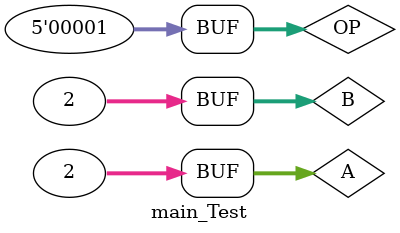
<source format=v>
`timescale 1ns / 1ps


module main_Test;

	// Inputs
	reg [31:0] A;
	reg [31:0] B;
	reg [4:0] OP;

	// Outputs
	wire [31:0] OUT;

	// Instantiate the Unit Under Test (UUT)
	main uut (
		.A(A), 
		.B(B), 
		.OP(OP), 
		.OUT(OUT)
	);

	initial begin
		// Initialize Inputs
		A = 2;
		B = 2;
		OP = 1;

		// Wait 100 ns for global reset to finish
		#100;
        
		// Add stimulus here

	end
      
endmodule


</source>
